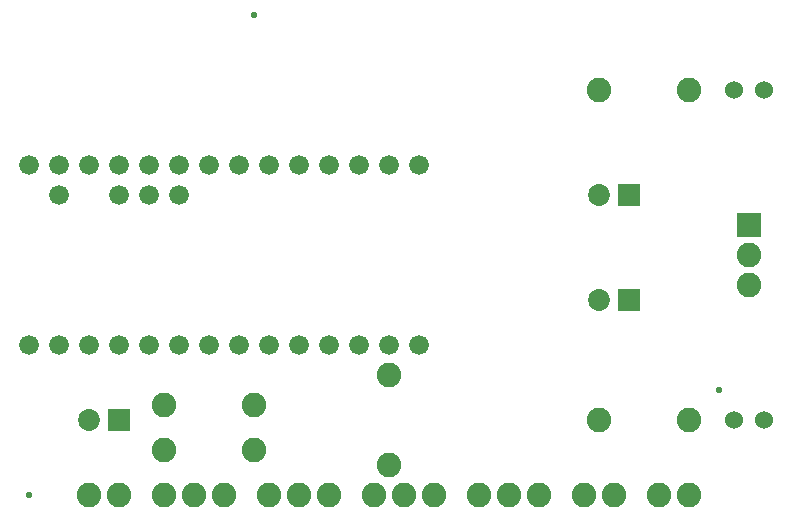
<source format=gbr>
G04 EAGLE Gerber RS-274X export*
G75*
%MOMM*%
%FSLAX34Y34*%
%LPD*%
%INSoldermask Bottom*%
%IPPOS*%
%AMOC8*
5,1,8,0,0,1.08239X$1,22.5*%
G01*
%ADD10C,0.553200*%
%ADD11C,2.082800*%
%ADD12C,1.676400*%
%ADD13R,1.854200X1.854200*%
%ADD14C,1.854200*%
%ADD15C,1.524000*%
%ADD16R,2.082800X2.082800*%


D10*
X38100Y38100D03*
X622300Y127000D03*
X228600Y444500D03*
D11*
X88900Y38100D03*
X114300Y38100D03*
X152400Y38100D03*
X177800Y38100D03*
X203200Y38100D03*
X508000Y38100D03*
X533400Y38100D03*
X571500Y38100D03*
X596900Y38100D03*
X419100Y38100D03*
X444500Y38100D03*
X469900Y38100D03*
D12*
X38100Y165100D03*
X63500Y165100D03*
X88900Y165100D03*
X114300Y165100D03*
X139700Y165100D03*
X165100Y165100D03*
X190500Y165100D03*
X215900Y165100D03*
X241300Y165100D03*
X266700Y165100D03*
X292100Y165100D03*
X317500Y165100D03*
X342900Y165100D03*
X368300Y165100D03*
X368300Y317500D03*
X342900Y317500D03*
X317500Y317500D03*
X292100Y317500D03*
X266700Y317500D03*
X241300Y317500D03*
X215900Y317500D03*
X190500Y317500D03*
X165100Y317500D03*
X139700Y317500D03*
X114300Y317500D03*
X88900Y317500D03*
X63500Y317500D03*
X38100Y317500D03*
X63500Y292100D03*
X114300Y292100D03*
X139700Y292100D03*
X165100Y292100D03*
D11*
X241300Y38100D03*
X266700Y38100D03*
X292100Y38100D03*
X330200Y38100D03*
X355600Y38100D03*
X381000Y38100D03*
X520700Y381000D03*
X596900Y381000D03*
X596900Y101600D03*
X520700Y101600D03*
X342900Y139700D03*
X342900Y63500D03*
X152400Y114300D03*
X228600Y114300D03*
X228600Y76200D03*
X152400Y76200D03*
D13*
X114100Y101600D03*
D14*
X89100Y101600D03*
D13*
X545900Y292100D03*
D14*
X520900Y292100D03*
D13*
X545900Y203200D03*
D14*
X520900Y203200D03*
D15*
X635000Y101600D03*
X660400Y101600D03*
X635000Y381000D03*
X660400Y381000D03*
D16*
X647700Y266700D03*
D11*
X647700Y241300D03*
X647700Y215900D03*
M02*

</source>
